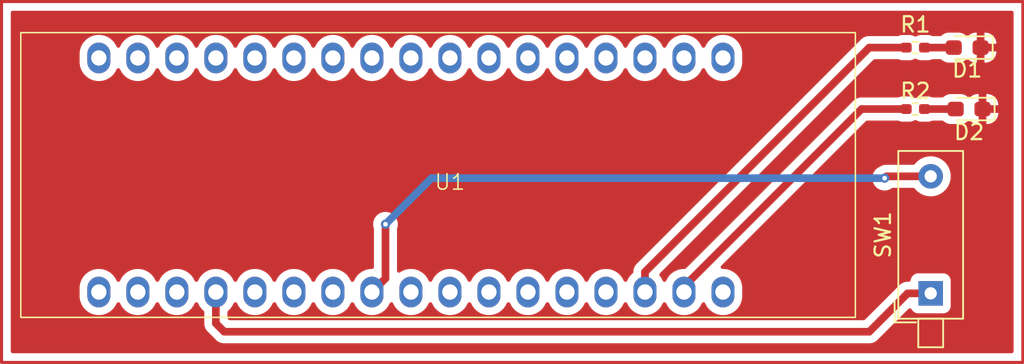
<source format=kicad_pcb>
(kicad_pcb (version 20240108) (generator "pcbnew") (generator_version "8.0")
  (layers (0 "F.Cu" signal) (31 "B.Cu" signal) (34 "B.Paste" user) (35 "F.Paste" user) (36 "B.SilkS" user "B.Silkscreen") (37 "F.SilkS" user "F.Silkscreen") (38 "B.Mask" user) (39 "F.Mask" user) (44 "Edge.Cuts" user))
  (net 0 "")
  (net 1 "Net-(D2-A)")
  (net 2 "GND")
  (net 3 "Net-(U1-IO14)")
  (net 4 "Net-(U1-IO13)")
  (net 5 "Net-(U1-IO4)")
  (net 6 "Net-(U1-3V3)")
  (net 36 "Net-(D1-A)")
  (footprint "Resistor_SMD:R_0402_1005Metric_Pad0.72x0.64mm_HandSolder" (layer "F.Cu") (at 170 81.5)
    (property "Reference" "R1" (at 0 -1.5 0) (layer "F.SilkS"))
    (property "Value" "220")
    (fp_line (start -0.167621 -0.38) (end 0.167621 -0.38) (stroke (width 0.12)) (layer "F.SilkS"))
    (fp_line (start -0.167621 0.38) (end 0.167621 0.38) (stroke (width 0.12)) (layer "F.SilkS"))
    (pad "1" smd roundrect (at -0.5975 0) (size 0.715 0.64) (layers "F.Cu" "F.Paste" "F.Mask") (net 3 "Net-(U1-IO14)"))
    (pad "2" smd roundrect (at 0.5975 0) (size 0.715 0.64) (layers "F.Cu" "F.Paste" "F.Mask") (net 36 "Net-(D1-A)"))
  )
  (footprint "LED_SMD:LED_0603_1608Metric_Pad1.05x0.95mm_HandSolder" (layer "F.Cu") (at 173.375 81.5 180)
    (property "Reference" "D1" (at 0 -1.43 0) (layer "F.SilkS"))
    (property "Value" "LED")
    (fp_line (start 0.8 -0.735) (end -1.66 -0.735) (stroke (width 0.12)) (layer "F.SilkS"))
    (fp_line (start -1.66 0.735) (end 0.8 0.735) (stroke (width 0.12)) (layer "F.SilkS"))
    (fp_line (start -1.66 -0.735) (end -1.66 0.735) (stroke (width 0.12)) (layer "F.SilkS"))
    (pad "1" smd roundrect (at -0.875 0 180) (size 1.05 0.95) (layers "F.Cu" "F.Paste" "F.Mask") (net 2 "GND"))
    (pad "2" smd roundrect (at 0.875 0 180) (size 1.05 0.95) (layers "F.Cu" "F.Paste" "F.Mask") (net 36 "Net-(D1-A)"))
  )
  (footprint "Button_Switch_THT:SW_DIP_SPSTx01_Piano_10.8x4.1mm_W7.62mm_P2.54mm" (layer "F.Cu") (at 171 97.5 90)
    (property "Reference" "SW1" (at 3.81 -3.11 90) (layer "F.SilkS"))
    (property "Value" "SW_Push")
    (fp_line (start -1.89 -2.35) (end -0.507 -2.35) (stroke (width 0.12)) (layer "F.SilkS"))
    (fp_line (start -1.89 -2.35) (end -1.89 -0.967) (stroke (width 0.12)) (layer "F.SilkS"))
    (fp_line (start 9.27 -2.11) (end 9.27 2.11) (stroke (width 0.12)) (layer "F.SilkS"))
    (fp_line (start -1.65 -2.11) (end 9.27 -2.11) (stroke (width 0.12)) (layer "F.SilkS"))
    (fp_line (start -1.65 -2.11) (end -1.65 2.11) (stroke (width 0.12)) (layer "F.SilkS"))
    (fp_line (start -1.65 -0.81) (end -1.65 0.81) (stroke (width 0.12)) (layer "F.SilkS"))
    (fp_line (start -3.51 -0.81) (end -1.65 -0.81) (stroke (width 0.12)) (layer "F.SilkS"))
    (fp_line (start -3.51 -0.81) (end -3.51 0.81) (stroke (width 0.12)) (layer "F.SilkS"))
    (fp_line (start -3.51 0.81) (end -1.65 0.81) (stroke (width 0.12)) (layer "F.SilkS"))
    (fp_line (start -1.65 2.11) (end 9.27 2.11) (stroke (width 0.12)) (layer "F.SilkS"))
    (pad "1" thru_hole rect (at 0 0 90) (size 1.6 1.6) (drill 0.8) (layers "*.Cu" "*.Mask") (net 6 "Net-(U1-3V3)"))
    (pad "2" thru_hole oval (at 7.62 0 90) (size 1.6 1.6) (drill 0.8) (layers "*.Cu" "*.Mask") (net 5 "Net-(U1-IO4)"))
  )
  (footprint "AndreasLibrary:ESP32-PROS3" (layer "F.Cu") (at 114.295 97.415)
    (property "Reference" "U1" (at 25.4 -7.16 0) (layer "F.SilkS") (effects (font (thickness 0.1))))
    (property "Value" "ProS3")
    (fp_rect (start -2.54 1.65) (end 51.8 -16.89) (stroke (width 0.1)) (fill none) (layer "F.SilkS"))
    (pad "1" thru_hole oval (at 2.54 0) (size 1.5 2) (drill 1) (layers "*.Cu" "*.Mask"))
    (pad "2" thru_hole oval (at 5.08 0) (size 1.5 2) (drill 1) (layers "*.Cu" "*.Mask"))
    (pad "3" thru_hole oval (at 7.62 0) (size 1.5 2) (drill 1) (layers "*.Cu" "*.Mask"))
    (pad "4" thru_hole oval (at 10.16 0) (size 1.5 2) (drill 1) (layers "*.Cu" "*.Mask") (net 6 "Net-(U1-3V3)"))
    (pad "5" thru_hole oval (at 12.7 0) (size 1.5 2) (drill 1) (layers "*.Cu" "*.Mask"))
    (pad "6" thru_hole oval (at 15.24 0) (size 1.5 2) (drill 1) (layers "*.Cu" "*.Mask"))
    (pad "7" thru_hole oval (at 17.78 0) (size 1.5 2) (drill 1) (layers "*.Cu" "*.Mask"))
    (pad "8" thru_hole oval (at 20.32 0) (size 1.5 2) (drill 1) (layers "*.Cu" "*.Mask") (net 5 "Net-(U1-IO4)"))
    (pad "9" thru_hole oval (at 22.86 0) (size 1.5 2) (drill 1) (layers "*.Cu" "*.Mask"))
    (pad "10" thru_hole oval (at 25.4 0) (size 1.5 2) (drill 1) (layers "*.Cu" "*.Mask"))
    (pad "11" thru_hole oval (at 27.94 0) (size 1.5 2) (drill 1) (layers "*.Cu" "*.Mask"))
    (pad "12" thru_hole oval (at 30.48 0) (size 1.5 2) (drill 1) (layers "*.Cu" "*.Mask"))
    (pad "13" thru_hole oval (at 33.02 0) (size 1.5 2) (drill 1) (layers "*.Cu" "*.Mask"))
    (pad "14" thru_hole oval (at 35.56 0) (size 1.5 2) (drill 1) (layers "*.Cu" "*.Mask"))
    (pad "15" thru_hole oval (at 38.1 0) (size 1.5 2) (drill 1) (layers "*.Cu" "*.Mask") (net 3 "Net-(U1-IO14)"))
    (pad "16" thru_hole oval (at 40.64 0) (size 1.5 2) (drill 1) (layers "*.Cu" "*.Mask") (net 4 "Net-(U1-IO13)"))
    (pad "17" thru_hole oval (at 43.18 0) (size 1.5 2) (drill 1) (layers "*.Cu" "*.Mask"))
    (pad "18" thru_hole oval (at 43.18 -15.24) (size 1.5 2) (drill 1) (layers "*.Cu" "*.Mask"))
    (pad "19" thru_hole oval (at 40.64 -15.24) (size 1.5 2) (drill 1) (layers "*.Cu" "*.Mask"))
    (pad "20" thru_hole oval (at 38.1 -15.24) (size 1.5 2) (drill 1) (layers "*.Cu" "*.Mask"))
    (pad "21" thru_hole oval (at 35.56 -15.24) (size 1.5 2) (drill 1) (layers "*.Cu" "*.Mask"))
    (pad "22" thru_hole oval (at 33.02 -15.24) (size 1.5 2) (drill 1) (layers "*.Cu" "*.Mask"))
    (pad "23" thru_hole oval (at 30.48 -15.24) (size 1.5 2) (drill 1) (layers "*.Cu" "*.Mask"))
    (pad "24" thru_hole oval (at 27.94 -15.24) (size 1.5 2) (drill 1) (layers "*.Cu" "*.Mask"))
    (pad "25" thru_hole oval (at 25.4 -15.24) (size 1.5 2) (drill 1) (layers "*.Cu" "*.Mask"))
    (pad "26" thru_hole oval (at 22.86 -15.24) (size 1.5 2) (drill 1) (layers "*.Cu" "*.Mask"))
    (pad "27" thru_hole oval (at 20.32 -15.24) (size 1.5 2) (drill 1) (layers "*.Cu" "*.Mask"))
    (pad "28" thru_hole oval (at 17.78 -15.24) (size 1.5 2) (drill 1) (layers "*.Cu" "*.Mask"))
    (pad "29" thru_hole oval (at 15.24 -15.24) (size 1.5 2) (drill 1) (layers "*.Cu" "*.Mask"))
    (pad "30" thru_hole oval (at 12.7 -15.24) (size 1.5 2) (drill 1) (layers "*.Cu" "*.Mask"))
    (pad "31" thru_hole oval (at 10.16 -15.24) (size 1.5 2) (drill 1) (layers "*.Cu" "*.Mask"))
    (pad "32" thru_hole oval (at 7.62 -15.24) (size 1.5 2) (drill 1) (layers "*.Cu" "*.Mask"))
    (pad "33" thru_hole oval (at 5.08 -15.24) (size 1.5 2) (drill 1) (layers "*.Cu" "*.Mask"))
    (pad "34" thru_hole oval (at 2.54 -15.24) (size 1.5 2) (drill 1) (layers "*.Cu" "*.Mask"))
  )
  (footprint "Resistor_SMD:R_0402_1005Metric_Pad0.72x0.64mm_HandSolder" (layer "F.Cu") (at 170 85.5)
    (property "Reference" "R2" (at 0 -1.17 0) (layer "F.SilkS"))
    (property "Value" "220")
    (fp_line (start -0.167621 -0.38) (end 0.167621 -0.38) (stroke (width 0.12)) (layer "F.SilkS"))
    (fp_line (start -0.167621 0.38) (end 0.167621 0.38) (stroke (width 0.12)) (layer "F.SilkS"))
    (pad "1" smd roundrect (at -0.5975 0) (size 0.715 0.64) (layers "F.Cu" "F.Paste" "F.Mask") (net 4 "Net-(U1-IO13)"))
    (pad "2" smd roundrect (at 0.5975 0) (size 0.715 0.64) (layers "F.Cu" "F.Paste" "F.Mask") (net 1 "Net-(D2-A)"))
  )
  (footprint "LED_SMD:LED_0603_1608Metric_Pad1.05x0.95mm_HandSolder" (layer "F.Cu") (at 173.5 85.5 180)
    (property "Reference" "D2" (at 0 -1.5 0) (layer "F.SilkS"))
    (property "Value" "LED")
    (fp_line (start 0.8 -0.735) (end -1.66 -0.735) (stroke (width 0.12)) (layer "F.SilkS"))
    (fp_line (start -1.66 0.735) (end 0.8 0.735) (stroke (width 0.12)) (layer "F.SilkS"))
    (fp_line (start -1.66 -0.735) (end -1.66 0.735) (stroke (width 0.12)) (layer "F.SilkS"))
    (pad "1" smd roundrect (at -0.875 0 180) (size 1.05 0.95) (layers "F.Cu" "F.Paste" "F.Mask") (net 2 "GND"))
    (pad "2" smd roundrect (at 0.875 0 180) (size 1.05 0.95) (layers "F.Cu" "F.Paste" "F.Mask") (net 1 "Net-(D2-A)"))
  )
  (gr_rect (start 110.5 78.5) (end 177 102) (stroke (width 0.2)) (fill none) (layer "F.Cu"))
  (segment (start 170.5975 85.5) (end 172.625 85.5) (width 0.5) (layer "F.Cu") (net 1))
  (segment (start 152.395 97.415) (end 152.395 96.105) (width 0.5) (layer "F.Cu") (net 3))
  (segment (start 152.395 96.105) (end 167 81.5) (width 0.5) (layer "F.Cu") (net 3))
  (segment (start 167 81.5) (end 169.4025 81.5) (width 0.5) (layer "F.Cu") (net 3))
  (segment (start 166.5 85.5) (end 169.4025 85.5) (width 0.5) (layer "F.Cu") (net 4))
  (segment (start 154.935 97.415) (end 154.935 97.065) (width 0.5) (layer "F.Cu") (net 4))
  (segment (start 154.935 97.065) (end 166.5 85.5) (width 0.5) (layer "F.Cu") (net 4))
  (segment (start 135.5 96.53) (end 134.615 97.415) (width 0.5) (layer "F.Cu") (net 5))
  (segment (start 135.5 93) (end 135.5 96.53) (width 0.5) (layer "F.Cu") (net 5))
  (segment (start 168.12 89.88) (end 168 90) (width 0.5) (layer "F.Cu") (net 5))
  (segment (start 171 89.88) (end 168.12 89.88) (width 0.5) (layer "F.Cu") (net 5))
  (via (at 135.5 93) (size 0.6) (drill 0.3) (layers "F.Cu" "B.Cu") (net 5))
  (via (at 168 90) (size 0.6) (drill 0.3) (layers "F.Cu" "B.Cu") (net 5))
  (segment (start 168 90) (end 138.5 90) (width 0.5) (layer "B.Cu") (net 5))
  (segment (start 138.5 90) (end 135.5 93) (width 0.5) (layer "B.Cu") (net 5))
  (segment (start 167 100) (end 169.5 97.5) (width 0.5) (layer "F.Cu") (net 6))
  (segment (start 125 100) (end 167 100) (width 0.5) (layer "F.Cu") (net 6))
  (segment (start 124.455 97.415) (end 124.455 99.455) (width 0.5) (layer "F.Cu") (net 6))
  (segment (start 124.455 99.455) (end 125 100) (width 0.5) (layer "F.Cu") (net 6))
  (segment (start 169.5 97.5) (end 171 97.5) (width 0.5) (layer "F.Cu") (net 6))
  (segment (start 170.5975 81.5) (end 172.5 81.5) (width 0.5) (layer "F.Cu") (net 36))
  (zone (net 2) (net_name "GND") (layer "F.Cu") (connect_pads (clearance 0.5)) (min_thickness 0.25) (fill yes (thermal_gap 0.5) (thermal_bridge_width 0.5))
    (polygon (pts (xy 110.5 78.5) (xy 177 78.5) (xy 177 102) (xy 110.5 102)))
  )
)
</source>
